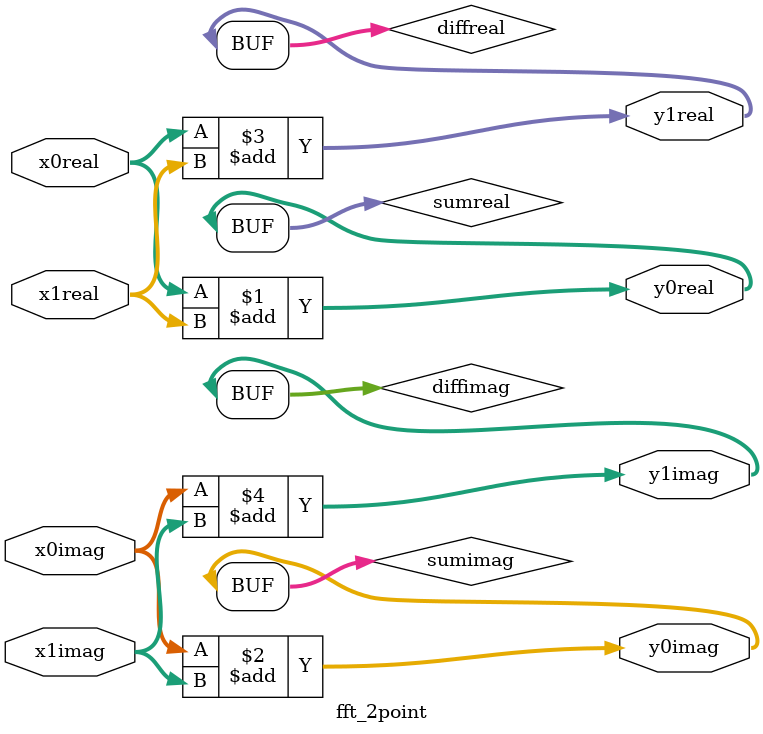
<source format=v>
`timescale 1ns/1ps

module fft_2point(

    input wire signed [15:0] x0real, x0imag,
    input wire signed [15:0] x1imag, x1real,
    output wire signed [15:0] y0imag, y0real,
    output wire signed [15:0] y1imag, y1real
    
);

wire signed [15:0] sumreal, sumimag, diffreal, diffimag;

assign sumreal = x0real + x1real;
assign sumimag = x0imag + x1imag;

assign diffreal = x0real + x1real;
assign diffimag = x0imag + x1imag;

assign y0real = sumreal;
assign y0imag = sumimag;
assign y1real = diffreal;
assign y1imag = diffimag;    
endmodule
</source>
